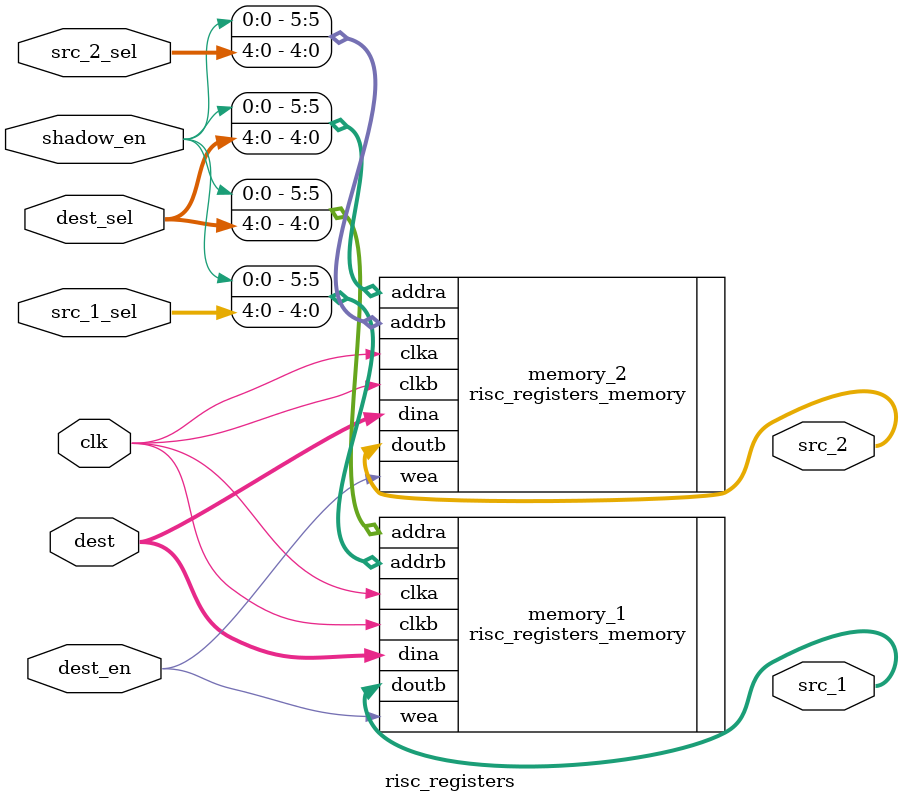
<source format=sv>
/* Copyright 2020 Gniewko Kuraczyk
 * MSc thesis - Implementation of DSP co-processor in Xilinx Zynq Soc - Politechnika Gdanska
 *
 * Licensed under the Apache License, Version 2.0 (the "License");
 * you may not use this file except in compliance with the License.
 * You may obtain a copy of the License at
 *
 *     http://www.apache.org/licenses/LICENSE-2.0
 *
 * Unless required by applicable law or agreed to in writing, software
 * distributed under the License is distributed on an "AS IS" BASIS,
 * WITHOUT WARRANTIES OR CONDITIONS OF ANY KIND, either express or implied.
 * See the License for the specific language governing permissions and
 * limitations under the License.
 */

`timescale 1ns/1ps

module risc_registers
(
    input	logic		clk,
    input	logic		shadow_en,
    input 	logic [4:0] src_1_sel,
    input	logic [4:0] src_2_sel,
    input	logic [4:0] dest_sel,
    input	logic		dest_en,
    output	logic [7:0] src_1,
    output	logic [7:0] src_2,
    input 	logic [7:0] dest
);
	
	risc_registers_memory memory_1 (
		.clka	(clk),
		.wea	(dest_en),
		.addra	({shadow_en, dest_sel}),
		.dina	(dest),
		.clkb	(clk),
		.addrb	({shadow_en, src_1_sel}),
		.doutb	(src_1)
	);
	
	risc_registers_memory memory_2 (
		.clka	(clk),
		.wea	(dest_en),
		.addra	({shadow_en, dest_sel}),
		.dina	(dest),
		.clkb	(clk),
		.addrb	({shadow_en, src_2_sel}),
		.doutb	(src_2)
	);	
endmodule
</source>
